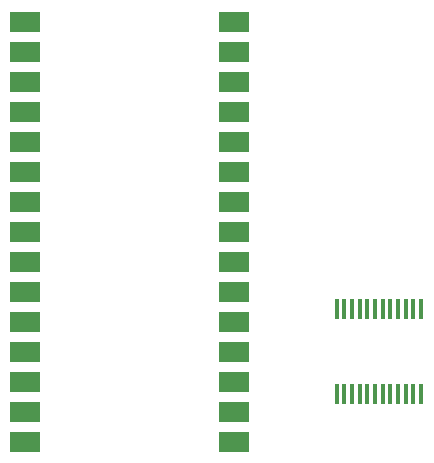
<source format=gbr>
%TF.GenerationSoftware,KiCad,Pcbnew,(6.0.7)*%
%TF.CreationDate,2022-11-11T15:56:39-05:00*%
%TF.ProjectId,single_layer_prototype1,73696e67-6c65-45f6-9c61-7965725f7072,rev?*%
%TF.SameCoordinates,Original*%
%TF.FileFunction,Paste,Top*%
%TF.FilePolarity,Positive*%
%FSLAX46Y46*%
G04 Gerber Fmt 4.6, Leading zero omitted, Abs format (unit mm)*
G04 Created by KiCad (PCBNEW (6.0.7)) date 2022-11-11 15:56:39*
%MOMM*%
%LPD*%
G01*
G04 APERTURE LIST*
%ADD10R,2.500000X1.750000*%
%ADD11R,0.450000X1.750000*%
G04 APERTURE END LIST*
D10*
%TO.C,A1*%
X100405971Y-116275742D03*
X100405971Y-113735742D03*
X100405971Y-111195742D03*
X100405971Y-108655742D03*
X100405971Y-106115742D03*
X100405971Y-103575742D03*
X100405971Y-101035742D03*
X100405971Y-98495742D03*
X100405971Y-95955742D03*
X100405971Y-93415742D03*
X100405971Y-90875742D03*
X100405971Y-88335742D03*
X100405971Y-85795742D03*
X100405971Y-83255742D03*
X100405971Y-80715742D03*
X82755971Y-80715742D03*
X82755971Y-83255742D03*
X82755971Y-85795742D03*
X82755971Y-88335742D03*
X82755971Y-90875742D03*
X82755971Y-93415742D03*
X82755971Y-95955742D03*
X82755971Y-98495742D03*
X82755971Y-101035742D03*
X82755971Y-103575742D03*
X82755971Y-106115742D03*
X82755971Y-108655742D03*
X82755971Y-111195742D03*
X82755971Y-113735742D03*
X82755971Y-116275742D03*
%TD*%
D11*
%TO.C,U2*%
X116277571Y-105081142D03*
X115627571Y-105081142D03*
X114977571Y-105081142D03*
X114327571Y-105081142D03*
X113677571Y-105081142D03*
X113027571Y-105081142D03*
X112377571Y-105081142D03*
X111727571Y-105081142D03*
X111077571Y-105081142D03*
X110427571Y-105081142D03*
X109777571Y-105081142D03*
X109127571Y-105081142D03*
X109127571Y-112281142D03*
X109777571Y-112281142D03*
X110427571Y-112281142D03*
X111077571Y-112281142D03*
X111727571Y-112281142D03*
X112377571Y-112281142D03*
X113027571Y-112281142D03*
X113677571Y-112281142D03*
X114327571Y-112281142D03*
X114977571Y-112281142D03*
X115627571Y-112281142D03*
X116277571Y-112281142D03*
%TD*%
M02*

</source>
